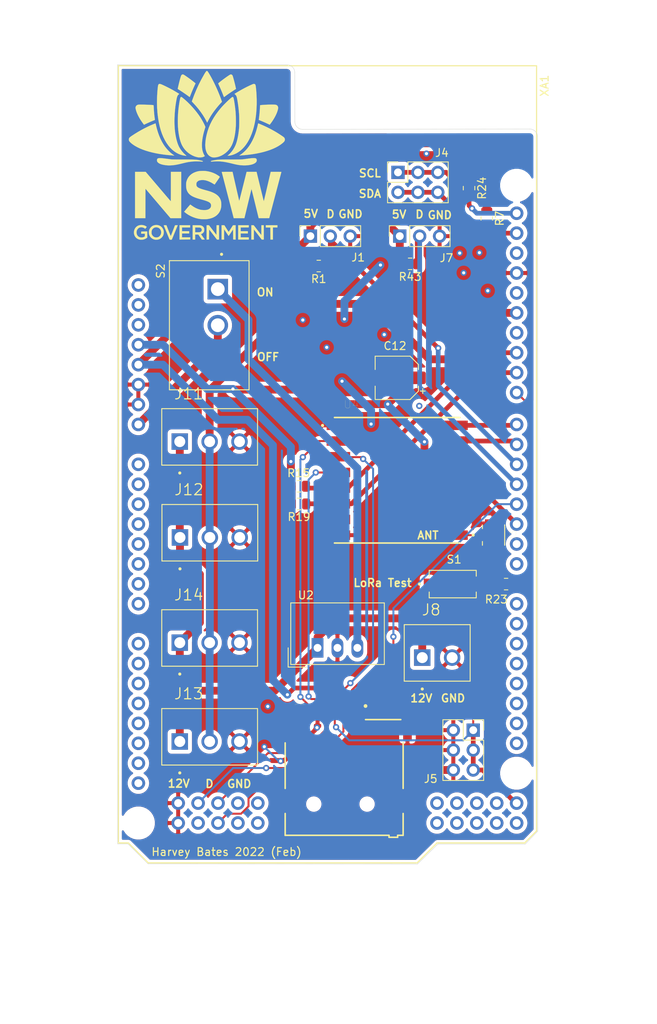
<source format=kicad_pcb>
(kicad_pcb (version 20171130) (host pcbnew "(5.1.12-1-10_14)")
  (layers (0 F.Cu signal) (31 B.Cu signal) (34 B.Paste user) (35 F.Paste user) (36 B.SilkS user) (37 F.SilkS user) (38 B.Mask user) (39 F.Mask user) (44 Edge.Cuts user))
  (net 0 "")
  (net 1 GND)
  (net 2 +3V3)
  (net 3 /5V_OUT)
  (net 4 /SCL)
  (net 5 /SDA)
  (net 6 "Net-(J3-Pad1)")
  (net 7 /Reset)
  (net 8 /MISO)
  (net 9 /MOSI)
  (net 10 /G2)
  (net 11 /G1)
  (net 12 /G0)
  (net 13 /SCK)
  (net 14 /Lora_CS)
  (net 15 /SDI-12)
  (net 16 "Net-(R23-Pad2)")
  (net 17 "Net-(R23-Pad1)")
  (net 18 "Net-(S2-Pad2)")
  (net 19 /OneWire_1)
  (net 20 /OneWire_2)
  (net 21 /12V_IN)
  (net 22 /5V)
  (net 23 "Net-(U4-Pad12)")
  (net 24 "Net-(U4-Pad11)")
  (net 25 "Net-(U4-Pad7)")
  (net 26 "Net-(J2-PadP9)")
  (net 27 "Net-(J2-PadP8)")
  (net 28 /SD_CS)
  (net 29 "Net-(J2-PadP1)")
  (net 30 "Net-(XA1-PadD53)")
  (net 31 "Net-(XA1-PadD49)")
  (net 32 "Net-(XA1-PadD48)")
  (net 33 "Net-(XA1-PadD47)")
  (net 34 "Net-(XA1-PadD46)")
  (net 35 "Net-(XA1-PadD29)")
  (net 36 "Net-(XA1-PadD28)")
  (net 37 "Net-(XA1-PadD27)")
  (net 38 "Net-(XA1-PadD26)")
  (net 39 "Net-(XA1-PadD25)")
  (net 40 "Net-(XA1-PadD24)")
  (net 41 "Net-(XA1-PadD23)")
  (net 42 "Net-(XA1-PadD22)")
  (net 43 "Net-(XA1-PadA15)")
  (net 44 "Net-(XA1-PadA14)")
  (net 45 "Net-(XA1-PadA13)")
  (net 46 "Net-(XA1-PadA12)")
  (net 47 "Net-(XA1-PadA11)")
  (net 48 "Net-(XA1-PadA10)")
  (net 49 "Net-(XA1-PadA9)")
  (net 50 "Net-(XA1-PadA8)")
  (net 51 "Net-(XA1-PadA7)")
  (net 52 "Net-(XA1-PadA6)")
  (net 53 "Net-(XA1-PadA5)")
  (net 54 "Net-(XA1-PadA4)")
  (net 55 "Net-(XA1-PadA3)")
  (net 56 "Net-(XA1-PadA2)")
  (net 57 "Net-(XA1-PadA1)")
  (net 58 "Net-(XA1-PadD11)")
  (net 59 "Net-(XA1-PadD13)")
  (net 60 "Net-(XA1-PadAREF)")
  (net 61 "Net-(XA1-PadD1)")
  (net 62 "Net-(XA1-PadD0)")
  (net 63 "Net-(XA1-PadD14)")
  (net 64 "Net-(XA1-PadD15)")
  (net 65 "Net-(XA1-PadD16)")
  (net 66 "Net-(XA1-PadD17)")
  (net 67 "Net-(XA1-PadD18)")
  (net 68 "Net-(XA1-PadD19)")
  (net 69 "Net-(XA1-PadD20)")
  (net 70 "Net-(XA1-PadD21)")
  (net 71 "Net-(XA1-PadIORF)")
  (net 72 "Net-(XA1-PadRST1)")
  (net 73 "Net-(XA1-PadA0)")
  (net 74 "Net-(XA1-Pad5V4)")
  (module Arduino:Arduino_Mega2560_Shield (layer F.Cu) (at 144.78 29.083 270)
    (fp_text reference XA1 (at 2.54 -54.356 90) (layer F.SilkS))
    (fp_text value Arduino_Mega2560_Shield)
    (pad GND6 thru_hole oval (at 96.52 -7.62 270) (size 1.7272 1.7272) (drill 1.016) (layers *.Cu *.Mask) (net 1 GND))
    (pad GND5 thru_hole oval (at 93.98 -7.62 270) (size 1.7272 1.7272) (drill 1.016) (layers *.Cu *.Mask) (net 1 GND))
    (pad D53 thru_hole oval (at 96.52 -10.16 270) (size 1.7272 1.7272) (drill 1.016) (layers *.Cu *.Mask) (net 30 "Net-(XA1-PadD53)"))
    (pad D52 thru_hole oval (at 93.98 -10.16 270) (size 1.7272 1.7272) (drill 1.016) (layers *.Cu *.Mask) (net 13 /SCK))
    (pad D51 thru_hole oval (at 96.52 -12.7 270) (size 1.7272 1.7272) (drill 1.016) (layers *.Cu *.Mask) (net 9 /MOSI))
    (pad D50 thru_hole oval (at 93.98 -12.7 270) (size 1.7272 1.7272) (drill 1.016) (layers *.Cu *.Mask) (net 8 /MISO))
    (pad D49 thru_hole oval (at 96.52 -15.24 270) (size 1.7272 1.7272) (drill 1.016) (layers *.Cu *.Mask) (net 31 "Net-(XA1-PadD49)"))
    (pad D48 thru_hole oval (at 93.98 -15.24 270) (size 1.7272 1.7272) (drill 1.016) (layers *.Cu *.Mask) (net 32 "Net-(XA1-PadD48)"))
    (pad D47 thru_hole oval (at 96.52 -17.78 270) (size 1.7272 1.7272) (drill 1.016) (layers *.Cu *.Mask) (net 33 "Net-(XA1-PadD47)"))
    (pad D46 thru_hole oval (at 93.98 -17.78 270) (size 1.7272 1.7272) (drill 1.016) (layers *.Cu *.Mask) (net 34 "Net-(XA1-PadD46)"))
    (pad D29 thru_hole oval (at 96.52 -40.64 270) (size 1.7272 1.7272) (drill 1.016) (layers *.Cu *.Mask) (net 35 "Net-(XA1-PadD29)"))
    (pad D28 thru_hole oval (at 93.98 -40.64 270) (size 1.7272 1.7272) (drill 1.016) (layers *.Cu *.Mask) (net 36 "Net-(XA1-PadD28)"))
    (pad D27 thru_hole oval (at 96.52 -43.18 270) (size 1.7272 1.7272) (drill 1.016) (layers *.Cu *.Mask) (net 37 "Net-(XA1-PadD27)"))
    (pad D26 thru_hole oval (at 93.98 -43.18 270) (size 1.7272 1.7272) (drill 1.016) (layers *.Cu *.Mask) (net 38 "Net-(XA1-PadD26)"))
    (pad D25 thru_hole oval (at 96.52 -45.72 270) (size 1.7272 1.7272) (drill 1.016) (layers *.Cu *.Mask) (net 39 "Net-(XA1-PadD25)"))
    (pad D24 thru_hole oval (at 93.98 -45.72 270) (size 1.7272 1.7272) (drill 1.016) (layers *.Cu *.Mask) (net 40 "Net-(XA1-PadD24)"))
    (pad D23 thru_hole oval (at 96.52 -48.26 270) (size 1.7272 1.7272) (drill 1.016) (layers *.Cu *.Mask) (net 41 "Net-(XA1-PadD23)"))
    (pad D22 thru_hole oval (at 93.98 -48.26 270) (size 1.7272 1.7272) (drill 1.016) (layers *.Cu *.Mask) (net 42 "Net-(XA1-PadD22)"))
    (pad 5V4 thru_hole oval (at 96.52 -50.8 270) (size 1.7272 1.7272) (drill 1.016) (layers *.Cu *.Mask) (net 74 "Net-(XA1-Pad5V4)"))
    (pad 5V3 thru_hole oval (at 93.98 -50.8 270) (size 1.7272 1.7272) (drill 1.016) (layers *.Cu *.Mask) (net 22 /5V))
    (pad A15 thru_hole oval (at 91.44 -2.54 270) (size 1.7272 1.7272) (drill 1.016) (layers *.Cu *.Mask) (net 43 "Net-(XA1-PadA15)"))
    (pad A14 thru_hole oval (at 88.9 -2.54 270) (size 1.7272 1.7272) (drill 1.016) (layers *.Cu *.Mask) (net 44 "Net-(XA1-PadA14)"))
    (pad A13 thru_hole oval (at 86.36 -2.54 270) (size 1.7272 1.7272) (drill 1.016) (layers *.Cu *.Mask) (net 45 "Net-(XA1-PadA13)"))
    (pad A12 thru_hole oval (at 83.82 -2.54 270) (size 1.7272 1.7272) (drill 1.016) (layers *.Cu *.Mask) (net 46 "Net-(XA1-PadA12)"))
    (pad A11 thru_hole oval (at 81.28 -2.54 270) (size 1.7272 1.7272) (drill 1.016) (layers *.Cu *.Mask) (net 47 "Net-(XA1-PadA11)"))
    (pad A10 thru_hole oval (at 78.74 -2.54 270) (size 1.7272 1.7272) (drill 1.016) (layers *.Cu *.Mask) (net 48 "Net-(XA1-PadA10)"))
    (pad A9 thru_hole oval (at 76.2 -2.54 270) (size 1.7272 1.7272) (drill 1.016) (layers *.Cu *.Mask) (net 49 "Net-(XA1-PadA9)"))
    (pad A8 thru_hole oval (at 73.66 -2.54 270) (size 1.7272 1.7272) (drill 1.016) (layers *.Cu *.Mask) (net 50 "Net-(XA1-PadA8)"))
    (pad A7 thru_hole oval (at 68.58 -2.54 270) (size 1.7272 1.7272) (drill 1.016) (layers *.Cu *.Mask) (net 51 "Net-(XA1-PadA7)"))
    (pad A6 thru_hole oval (at 66.04 -2.54 270) (size 1.7272 1.7272) (drill 1.016) (layers *.Cu *.Mask) (net 52 "Net-(XA1-PadA6)"))
    (pad A5 thru_hole oval (at 63.5 -2.54 270) (size 1.7272 1.7272) (drill 1.016) (layers *.Cu *.Mask) (net 53 "Net-(XA1-PadA5)"))
    (pad A4 thru_hole oval (at 60.96 -2.54 270) (size 1.7272 1.7272) (drill 1.016) (layers *.Cu *.Mask) (net 54 "Net-(XA1-PadA4)"))
    (pad A3 thru_hole oval (at 58.42 -2.54 270) (size 1.7272 1.7272) (drill 1.016) (layers *.Cu *.Mask) (net 55 "Net-(XA1-PadA3)"))
    (pad A2 thru_hole oval (at 55.88 -2.54 270) (size 1.7272 1.7272) (drill 1.016) (layers *.Cu *.Mask) (net 56 "Net-(XA1-PadA2)"))
    (pad A1 thru_hole oval (at 53.34 -2.54 270) (size 1.7272 1.7272) (drill 1.016) (layers *.Cu *.Mask) (net 57 "Net-(XA1-PadA1)"))
    (pad "" thru_hole oval (at 27.94 -2.54 270) (size 1.7272 1.7272) (drill 1.016) (layers *.Cu *.Mask))
    (pad D11 thru_hole oval (at 34.036 -50.8 270) (size 1.7272 1.7272) (drill 1.016) (layers *.Cu *.Mask) (net 58 "Net-(XA1-PadD11)"))
    (pad D12 thru_hole oval (at 31.496 -50.8 270) (size 1.7272 1.7272) (drill 1.016) (layers *.Cu *.Mask) (net 15 /SDI-12))
    (pad D13 thru_hole oval (at 28.956 -50.8 270) (size 1.7272 1.7272) (drill 1.016) (layers *.Cu *.Mask) (net 59 "Net-(XA1-PadD13)"))
    (pad AREF thru_hole oval (at 23.876 -50.8 270) (size 1.7272 1.7272) (drill 1.016) (layers *.Cu *.Mask) (net 60 "Net-(XA1-PadAREF)"))
    (pad SDA thru_hole oval (at 21.336 -50.8 270) (size 1.7272 1.7272) (drill 1.016) (layers *.Cu *.Mask) (net 5 /SDA))
    (pad SCL thru_hole oval (at 18.796 -50.8 270) (size 1.7272 1.7272) (drill 1.016) (layers *.Cu *.Mask) (net 4 /SCL))
    (pad "" np_thru_hole circle (at 96.52 -2.54 270) (size 3.2 3.2) (drill 3.2) (layers *.Cu *.Mask))
    (pad "" np_thru_hole circle (at 15.24 -50.8 270) (size 3.2 3.2) (drill 3.2) (layers *.Cu *.Mask))
    (pad "" np_thru_hole circle (at 90.17 -50.8 270) (size 3.2 3.2) (drill 3.2) (layers *.Cu *.Mask))
    (pad D10 thru_hole oval (at 36.576 -50.8 270) (size 1.7272 1.7272) (drill 1.016) (layers *.Cu *.Mask) (net 14 /Lora_CS))
    (pad D9 thru_hole oval (at 39.116 -50.8 270) (size 1.7272 1.7272) (drill 1.016) (layers *.Cu *.Mask) (net 7 /Reset))
    (pad D8 thru_hole oval (at 41.656 -50.8 270) (size 1.7272 1.7272) (drill 1.016) (layers *.Cu *.Mask) (net 16 "Net-(R23-Pad2)"))
    (pad GND1 thru_hole oval (at 26.416 -50.8 270) (size 1.7272 1.7272) (drill 1.016) (layers *.Cu *.Mask) (net 1 GND))
    (pad D7 thru_hole oval (at 45.72 -50.8 270) (size 1.7272 1.7272) (drill 1.016) (layers *.Cu *.Mask) (net 10 /G2))
    (pad D6 thru_hole oval (at 48.26 -50.8 270) (size 1.7272 1.7272) (drill 1.016) (layers *.Cu *.Mask) (net 11 /G1))
    (pad D5 thru_hole oval (at 50.8 -50.8 270) (size 1.7272 1.7272) (drill 1.016) (layers *.Cu *.Mask) (net 20 /OneWire_2))
    (pad D4 thru_hole oval (at 53.34 -50.8 270) (size 1.7272 1.7272) (drill 1.016) (layers *.Cu *.Mask) (net 19 /OneWire_1))
    (pad D3 thru_hole oval (at 55.88 -50.8 270) (size 1.7272 1.7272) (drill 1.016) (layers *.Cu *.Mask) (net 28 /SD_CS))
    (pad D2 thru_hole oval (at 58.42 -50.8 270) (size 1.7272 1.7272) (drill 1.016) (layers *.Cu *.Mask) (net 12 /G0))
    (pad D1 thru_hole oval (at 60.96 -50.8 270) (size 1.7272 1.7272) (drill 1.016) (layers *.Cu *.Mask) (net 61 "Net-(XA1-PadD1)"))
    (pad D0 thru_hole oval (at 63.5 -50.8 270) (size 1.7272 1.7272) (drill 1.016) (layers *.Cu *.Mask) (net 62 "Net-(XA1-PadD0)"))
    (pad D14 thru_hole oval (at 68.58 -50.8 270) (size 1.7272 1.7272) (drill 1.016) (layers *.Cu *.Mask) (net 63 "Net-(XA1-PadD14)"))
    (pad D15 thru_hole oval (at 71.12 -50.8 270) (size 1.7272 1.7272) (drill 1.016) (layers *.Cu *.Mask) (net 64 "Net-(XA1-PadD15)"))
    (pad D16 thru_hole oval (at 73.66 -50.8 270) (size 1.7272 1.7272) (drill 1.016) (layers *.Cu *.Mask) (net 65 "Net-(XA1-PadD16)"))
    (pad D17 thru_hole oval (at 76.2 -50.8 270) (size 1.7272 1.7272) (drill 1.016) (layers *.Cu *.Mask) (net 66 "Net-(XA1-PadD17)"))
    (pad D18 thru_hole oval (at 78.74 -50.8 270) (size 1.7272 1.7272) (drill 1.016) (layers *.Cu *.Mask) (net 67 "Net-(XA1-PadD18)"))
    (pad D19 thru_hole oval (at 81.28 -50.8 270) (size 1.7272 1.7272) (drill 1.016) (layers *.Cu *.Mask) (net 68 "Net-(XA1-PadD19)"))
    (pad D20 thru_hole oval (at 83.82 -50.8 270) (size 1.7272 1.7272) (drill 1.016) (layers *.Cu *.Mask) (net 69 "Net-(XA1-PadD20)"))
    (pad D21 thru_hole oval (at 86.36 -50.8 270) (size 1.7272 1.7272) (drill 1.016) (layers *.Cu *.Mask) (net 70 "Net-(XA1-PadD21)"))
    (pad IORF thru_hole oval (at 30.48 -2.54 270) (size 1.7272 1.7272) (drill 1.016) (layers *.Cu *.Mask) (net 71 "Net-(XA1-PadIORF)"))
    (pad RST1 thru_hole oval (at 33.02 -2.54 270) (size 1.7272 1.7272) (drill 1.016) (layers *.Cu *.Mask) (net 72 "Net-(XA1-PadRST1)"))
    (pad 3V3 thru_hole oval (at 35.56 -2.54 270) (size 1.7272 1.7272) (drill 1.016) (layers *.Cu *.Mask) (net 2 +3V3))
    (pad 5V1 thru_hole oval (at 38.1 -2.54 270) (size 1.7272 1.7272) (drill 1.016) (layers *.Cu *.Mask) (net 22 /5V))
    (pad GND2 thru_hole oval (at 40.64 -2.54 270) (size 1.7272 1.7272) (drill 1.016) (layers *.Cu *.Mask) (net 1 GND))
    (pad GND3 thru_hole oval (at 43.18 -2.54 270) (size 1.7272 1.7272) (drill 1.016) (layers *.Cu *.Mask) (net 1 GND))
    (pad VIN thru_hole oval (at 45.72 -2.54 270) (size 1.7272 1.7272) (drill 1.016) (layers *.Cu *.Mask) (net 18 "Net-(S2-Pad2)"))
    (pad A0 thru_hole oval (at 50.8 -2.54 270) (size 1.7272 1.7272) (drill 1.016) (layers *.Cu *.Mask) (net 73 "Net-(XA1-PadA0)"))
  )
  (module silkscreen-imgs:NSWGov (layer F.Cu) (at 156.0576 40.5003)
    (fp_text reference G*** hide)
    (fp_text value LOGO hide)
  )
  (module TBP02R2-381-02BE:CUI_TBP02R2-381-02BE (layer F.Cu) (at 183.5404 104.521)
    (fp_text reference J8 (at 1.145 -6.089) (layer F.SilkS) (effects (font (size 1.4 1.4))))
    (fp_text value Bat_Conn)
    (pad 2 thru_hole circle (at 3.81 0) (size 2.1 2.1) (drill 1.4) (layers *.Cu *.Mask) (net 1 GND))
    (pad 1 thru_hole rect (at 0 0) (size 2.1 2.1) (drill 1.4) (layers *.Cu *.Mask) (net 21 /12V_IN))
  )
  (module Converter_DCDC:Converter_DCDC_TRACO_TSR-1_THT (layer F.Cu) (at 170.18 103.2764)
    (fp_text reference U2 (at -1.5 -6.71) (layer F.SilkS))
    (fp_text value TSR_1-2450)
    (pad 3 thru_hole oval (at 5.08 0) (size 1.5 2.5) (drill 1) (layers *.Cu *.Mask) (net 3 /5V_OUT))
    (pad 2 thru_hole oval (at 2.54 0) (size 1.5 2.5) (drill 1) (layers *.Cu *.Mask) (net 1 GND))
    (pad 1 thru_hole rect (at 0 0) (size 1.5 2.5) (drill 1) (layers *.Cu *.Mask) (net 21 /12V_IN))
  )
  (module Resistor_SMD:R_0805_2012Metric (layer F.Cu) (at 181.991 54.3306 180)
    (fp_text reference R43 (at 0 -1.65) (layer F.SilkS))
    (fp_text value 4.7K)
    (pad 2 smd roundrect (at 0.9125 0 180) (size 1.025 1.4) (layers F.Cu F.Paste F.Mask) (roundrect_rratio 0.243902) (net 22 /5V))
    (pad 1 smd roundrect (at -0.9125 0 180) (size 1.025 1.4) (layers F.Cu F.Paste F.Mask) (roundrect_rratio 0.243902) (net 19 /OneWire_1))
  )
  (module Resistor_SMD:R_0805_2012Metric (layer F.Cu) (at 189.5094 44.6786 270)
    (fp_text reference R24 (at 0 -1.65 90) (layer F.SilkS))
    (fp_text value 4.7K)
    (pad 2 smd roundrect (at 0.9125 0 270) (size 1.025 1.4) (layers F.Cu F.Paste F.Mask) (roundrect_rratio 0.243902) (net 4 /SCL))
    (pad 1 smd roundrect (at -0.9125 0 270) (size 1.025 1.4) (layers F.Cu F.Paste F.Mask) (roundrect_rratio 0.243902) (net 22 /5V))
  )
  (module Resistor_SMD:R_0805_2012Metric (layer F.Cu) (at 194.2338 95.1484)
    (fp_text reference R23 (at -1.2446 1.9558) (layer F.SilkS))
    (fp_text value 2.7K)
    (pad 2 smd roundrect (at 0.9125 0) (size 1.025 1.4) (layers F.Cu F.Paste F.Mask) (roundrect_rratio 0.243902) (net 16 "Net-(R23-Pad2)"))
    (pad 1 smd roundrect (at -0.9125 0) (size 1.025 1.4) (layers F.Cu F.Paste F.Mask) (roundrect_rratio 0.243902) (net 17 "Net-(R23-Pad1)"))
  )
  (module Resistor_SMD:R_0805_2012Metric (layer F.Cu) (at 167.8159 84.9376 180)
    (fp_text reference R19 (at 0 -1.65) (layer F.SilkS))
    (fp_text value 100K)
    (pad 2 smd roundrect (at 0.9125 0 180) (size 1.025 1.4) (layers F.Cu F.Paste F.Mask) (roundrect_rratio 0.243902) (net 2 +3V3))
    (pad 1 smd roundrect (at -0.9125 0 180) (size 1.025 1.4) (layers F.Cu F.Paste F.Mask) (roundrect_rratio 0.243902) (net 7 /Reset))
  )
  (module Resistor_SMD:R_0805_2012Metric (layer F.Cu) (at 167.7924 82.677 180)
    (fp_text reference R15 (at 0.0254 1.6764) (layer F.SilkS))
    (fp_text value 100K)
    (pad 2 smd roundrect (at 0.9125 0 180) (size 1.025 1.4) (layers F.Cu F.Paste F.Mask) (roundrect_rratio 0.243902) (net 2 +3V3))
    (pad 1 smd roundrect (at -0.9125 0 180) (size 1.025 1.4) (layers F.Cu F.Paste F.Mask) (roundrect_rratio 0.243902) (net 14 /Lora_CS))
  )
  (module Resistor_SMD:R_0805_2012Metric (layer F.Cu) (at 191.77 48.5394 270)
    (fp_text reference R7 (at 0 -1.65 90) (layer F.SilkS))
    (fp_text value 4.7K)
    (pad 2 smd roundrect (at 0.9125 0 270) (size 1.025 1.4) (layers F.Cu F.Paste F.Mask) (roundrect_rratio 0.243902) (net 5 /SDA))
    (pad 1 smd roundrect (at -0.9125 0 270) (size 1.025 1.4) (layers F.Cu F.Paste F.Mask) (roundrect_rratio 0.243902) (net 22 /5V))
  )
  (module Resistor_SMD:R_0805_2012Metric (layer F.Cu) (at 170.3324 54.61 180)
    (fp_text reference R1 (at 0 -1.65) (layer F.SilkS))
    (fp_text value 4.7K)
    (pad 2 smd roundrect (at 0.9125 0 180) (size 1.025 1.4) (layers F.Cu F.Paste F.Mask) (roundrect_rratio 0.243902) (net 22 /5V))
    (pad 1 smd roundrect (at -0.9125 0 180) (size 1.025 1.4) (layers F.Cu F.Paste F.Mask) (roundrect_rratio 0.243902) (net 20 /OneWire_2))
  )
  (module Connector_PinSocket_2.54mm:PinSocket_1x03_P2.54mm_Vertical (layer F.Cu) (at 180.6702 50.8 90)
    (fp_text reference J7 (at -2.794 5.9563 180) (layer F.SilkS))
    (fp_text value Conn_01x03_Male)
    (pad 3 thru_hole oval (at 0 5.08 90) (size 1.7 1.7) (drill 1) (layers *.Cu *.Mask) (net 1 GND))
    (pad 2 thru_hole oval (at 0 2.54 90) (size 1.7 1.7) (drill 1) (layers *.Cu *.Mask) (net 19 /OneWire_1))
    (pad 1 thru_hole rect (at 0 0 90) (size 1.7 1.7) (drill 1) (layers *.Cu *.Mask) (net 22 /5V))
  )
  (module Connector_PinSocket_2.54mm:PinSocket_2x03_P2.54mm_Vertical (layer F.Cu) (at 190.0428 113.7666)
    (fp_text reference J5 (at -5.4229 6.2103) (layer F.SilkS))
    (fp_text value Conn_02x03_Odd_Even)
    (pad 6 thru_hole oval (at -2.54 5.08) (size 1.7 1.7) (drill 1) (layers *.Cu *.Mask) (net 1 GND))
    (pad 5 thru_hole oval (at 0 5.08) (size 1.7 1.7) (drill 1) (layers *.Cu *.Mask) (net 22 /5V))
    (pad 4 thru_hole oval (at -2.54 2.54) (size 1.7 1.7) (drill 1) (layers *.Cu *.Mask) (net 1 GND))
    (pad 3 thru_hole oval (at 0 2.54) (size 1.7 1.7) (drill 1) (layers *.Cu *.Mask) (net 22 /5V))
    (pad 2 thru_hole oval (at -2.54 0) (size 1.7 1.7) (drill 1) (layers *.Cu *.Mask) (net 1 GND))
    (pad 1 thru_hole rect (at 0 0) (size 1.7 1.7) (drill 1) (layers *.Cu *.Mask) (net 22 /5V))
  )
  (module Connector_PinSocket_2.54mm:PinSocket_2x03_P2.54mm_Vertical (layer F.Cu) (at 180.4416 42.672 90)
    (fp_text reference J4 (at 2.4892 5.6007 180) (layer F.SilkS))
    (fp_text value Conn_02x03_Odd_Even)
    (pad 6 thru_hole oval (at -2.54 5.08 90) (size 1.7 1.7) (drill 1) (layers *.Cu *.Mask) (net 5 /SDA))
    (pad 5 thru_hole oval (at 0 5.08 90) (size 1.7 1.7) (drill 1) (layers *.Cu *.Mask) (net 4 /SCL))
    (pad 4 thru_hole oval (at -2.54 2.54 90) (size 1.7 1.7) (drill 1) (layers *.Cu *.Mask) (net 5 /SDA))
    (pad 3 thru_hole oval (at 0 2.54 90) (size 1.7 1.7) (drill 1) (layers *.Cu *.Mask) (net 4 /SCL))
    (pad 2 thru_hole oval (at -2.54 0 90) (size 1.7 1.7) (drill 1) (layers *.Cu *.Mask) (net 5 /SDA))
    (pad 1 thru_hole rect (at 0 0 90) (size 1.7 1.7) (drill 1) (layers *.Cu *.Mask) (net 4 /SCL))
  )
  (module Connector_PinSocket_2.54mm:PinSocket_1x03_P2.54mm_Vertical (layer F.Cu) (at 169.2656 50.8 90)
    (fp_text reference J1 (at -2.7178 6.096 180) (layer F.SilkS))
    (fp_text value Conn_01x03_Male)
    (pad 3 thru_hole oval (at 0 5.08 90) (size 1.7 1.7) (drill 1) (layers *.Cu *.Mask) (net 1 GND))
    (pad 2 thru_hole oval (at 0 2.54 90) (size 1.7 1.7) (drill 1) (layers *.Cu *.Mask) (net 20 /OneWire_2))
    (pad 1 thru_hole rect (at 0 0 90) (size 1.7 1.7) (drill 1) (layers *.Cu *.Mask) (net 22 /5V))
  )
  (module Capacitor_SMD:CP_Elec_5x5.4 (layer F.Cu) (at 180.2892 68.8594 180)
    (fp_text reference C12 (at 0.2286 4.064) (layer F.SilkS))
    (fp_text value 10uF)
    (pad 2 smd roundrect (at 2.2 0 180) (size 3 1.6) (layers F.Cu F.Paste F.Mask) (roundrect_rratio 0.15625) (net 1 GND))
    (pad 1 smd roundrect (at -2.2 0 180) (size 3 1.6) (layers F.Cu F.Paste F.Mask) (roundrect_rratio 0.15625) (net 2 +3V3))
  )
  (module RFM69HCW:MOD_COM-13909 (layer F.Cu) (at 180.34 81.915)
    (fp_text reference U4 (at -5.84038 -9.6604) (layer F.SilkS) (effects (font (size 1.00263 1.00263) (thickness 0.015))))
    (fp_text value COM-13909)
    (pad 16 smd rect (at 7.5 -7) (size 3 1.2) (layers F.Cu F.Paste F.Mask) (net 10 /G2))
    (pad 15 smd rect (at 7.5 -5) (size 3 1.2) (layers F.Cu F.Paste F.Mask) (net 11 /G1))
    (pad 14 smd rect (at 7.5 -3) (size 3 1.2) (layers F.Cu F.Paste F.Mask) (net 12 /G0))
    (pad 13 smd rect (at 7.5 -1) (size 3 1.2) (layers F.Cu F.Paste F.Mask) (net 2 +3V3))
    (pad 12 smd rect (at 7.5 1) (size 3 1.2) (layers F.Cu F.Paste F.Mask) (net 23 "Net-(U4-Pad12)"))
    (pad 11 smd rect (at 7.5 3) (size 3 1.2) (layers F.Cu F.Paste F.Mask) (net 24 "Net-(U4-Pad11)"))
    (pad 10 smd rect (at 7.5 5) (size 3 1.2) (layers F.Cu F.Paste F.Mask) (net 1 GND))
    (pad 9 smd rect (at 7.5 7) (size 3 1.2) (layers F.Cu F.Paste F.Mask) (net 6 "Net-(J3-Pad1)"))
    (pad 8 smd rect (at -7.5 7) (size 3 1.2) (layers F.Cu F.Paste F.Mask) (net 1 GND))
    (pad 7 smd rect (at -7.5 5) (size 3 1.2) (layers F.Cu F.Paste F.Mask) (net 25 "Net-(U4-Pad7)"))
    (pad 6 smd rect (at -7.5 3) (size 3 1.2) (layers F.Cu F.Paste F.Mask) (net 7 /Reset))
    (pad 5 smd rect (at -7.5 1) (size 3 1.2) (layers F.Cu F.Paste F.Mask) (net 14 /Lora_CS))
    (pad 4 smd rect (at -7.5 -1) (size 3 1.2) (layers F.Cu F.Paste F.Mask) (net 13 /SCK))
    (pad 3 smd rect (at -7.5 -3) (size 3 1.2) (layers F.Cu F.Paste F.Mask) (net 9 /MOSI))
    (pad 2 smd rect (at -7.5 -5) (size 3 1.2) (layers F.Cu F.Paste F.Mask) (net 8 /MISO))
    (pad 1 smd rect (at -7.5 -7) (size 3 1.2) (layers F.Cu F.Paste F.Mask) (net 1 GND))
  )
  (module GF-123-0054:SW_GF-123-0054 (layer F.Cu) (at 156.3624 62.1538 270)
    (fp_text reference S2 (at -6.9088 6.1976 90) (layer F.SilkS))
    (fp_text value GF-123-0054)
    (pad 1 thru_hole rect (at -4.6 -1.09 270) (size 2.625 2.625) (drill 1.75) (layers *.Cu *.Mask) (net 3 /5V_OUT))
    (pad 2 thru_hole circle (at 0 -1.09 270) (size 2.625 2.625) (drill 1.75) (layers *.Cu *.Mask) (net 18 "Net-(S2-Pad2)"))
  )
  (module PTS636_SM43J_SMTR_LFS:SW_PTS636_SM43J_SMTR_LFS (layer F.Cu) (at 187.4266 95.1484)
    (fp_text reference S1 (at 0.175 -3.135) (layer F.SilkS))
    (fp_text value "LoRa SEND")
    (pad 2 smd rect (at 3.25 0) (size 0.9 1.4) (layers F.Cu F.Paste F.Mask) (net 17 "Net-(R23-Pad1)"))
    (pad 1 smd rect (at -3.25 0) (size 0.9 1.4) (layers F.Cu F.Paste F.Mask) (net 22 /5V))
  )
  (module TBP02R2-381-03BE:CUI_TBP02R2-381-03BE (layer F.Cu) (at 152.6032 102.616)
    (fp_text reference J14 (at 1.145 -6.089) (layer F.SilkS) (effects (font (size 1.4 1.4))))
    (fp_text value TBP02R2-381-03BE)
    (pad 3 thru_hole circle (at 7.62 0) (size 2.1 2.1) (drill 1.4) (layers *.Cu *.Mask) (net 1 GND))
    (pad 2 thru_hole circle (at 3.81 0) (size 2.1 2.1) (drill 1.4) (layers *.Cu *.Mask) (net 15 /SDI-12))
    (pad 1 thru_hole rect (at 0 0) (size 2.1 2.1) (drill 1.4) (layers *.Cu *.Mask) (net 21 /12V_IN))
  )
  (module TBP02R2-381-03BE:CUI_TBP02R2-381-03BE (layer F.Cu) (at 152.6032 115.2144)
    (fp_text reference J13 (at 1.145 -6.089) (layer F.SilkS) (effects (font (size 1.4 1.4))))
    (fp_text value TBP02R2-381-03BE)
    (pad 3 thru_hole circle (at 7.62 0) (size 2.1 2.1) (drill 1.4) (layers *.Cu *.Mask) (net 1 GND))
    (pad 2 thru_hole circle (at 3.81 0) (size 2.1 2.1) (drill 1.4) (layers *.Cu *.Mask) (net 15 /SDI-12))
    (pad 1 thru_hole rect (at 0 0) (size 2.1 2.1) (drill 1.4) (layers *.Cu *.Mask) (net 21 /12V_IN))
  )
  (module TBP02R2-381-03BE:CUI_TBP02R2-381-03BE (layer F.Cu) (at 152.6286 89.2048)
    (fp_text reference J12 (at 1.145 -6.089) (layer F.SilkS) (effects (font (size 1.4 1.4))))
    (fp_text value TBP02R2-381-03BE)
    (pad 3 thru_hole circle (at 7.62 0) (size 2.1 2.1) (drill 1.4) (layers *.Cu *.Mask) (net 1 GND))
    (pad 2 thru_hole circle (at 3.81 0) (size 2.1 2.1) (drill 1.4) (layers *.Cu *.Mask) (net 15 /SDI-12))
    (pad 1 thru_hole rect (at 0 0) (size 2.1 2.1) (drill 1.4) (layers *.Cu *.Mask) (net 21 /12V_IN))
  )
  (module TBP02R2-381-03BE:CUI_TBP02R2-381-03BE (layer F.Cu) (at 152.6032 76.9874)
    (fp_text reference J11 (at 1.145 -6.089) (layer F.SilkS) (effects (font (size 1.4 1.4))))
    (fp_text value TBP02R2-381-03BE)
    (pad 3 thru_hole circle (at 7.62 0) (size 2.1 2.1) (drill 1.4) (layers *.Cu *.Mask) (net 1 GND))
    (pad 2 thru_hole circle (at 3.81 0) (size 2.1 2.1) (drill 1.4) (layers *.Cu *.Mask) (net 15 /SDI-12))
    (pad 1 thru_hole rect (at 0 0) (size 2.1 2.1) (drill 1.4) (layers *.Cu *.Mask) (net 21 /12V_IN))
  )
  (module CONUFL001-SMD-T:LINX_CONUFL001-SMD-T (layer F.Cu) (at 192.6336 88.9 270)
    (fp_text reference J3 (at 0.04 -2.508 90) (layer F.SilkS) (effects (font (size 0.8 0.8) (thickness 0.015))))
    (fp_text value CONUFL001-SMD-T)
    (pad 3 smd rect (at 1.475 0 270) (size 1.05 2.2) (layers F.Cu F.Paste F.Mask) (net 1 GND))
    (pad 2 smd rect (at -1.475 0 270) (size 1.05 2.2) (layers F.Cu F.Paste F.Mask) (net 1 GND))
    (pad 1 smd rect (at 0 1.525 270) (size 1 1.05) (layers F.Cu F.Paste F.Mask) (net 6 "Net-(J3-Pad1)"))
  )
  (module MEM2075-00-140-01-A:GCT_MEM2075-00-140-01-A (layer F.Cu) (at 173.1 123.19)
    (fp_text reference J2 (at -5.125 -13.135) (layer F.SilkS) (effects (font (thickness 0.015))))
    (fp_text value MEM2075-00-140-01-A)
    (pad SH4 smd rect (at 8.55 -0.42) (size 1.1 2.4) (layers F.Cu F.Paste F.Mask) (net 1 GND))
    (pad SH3 smd rect (at 8.55 -9.42) (size 1.1 2.4) (layers F.Cu F.Paste F.Mask) (net 1 GND))
    (pad SH2 smd rect (at -7.6 -9.42) (size 1.1 2.4) (layers F.Cu F.Paste F.Mask) (net 1 GND))
    (pad SH1 smd rect (at -7.6 -0.42) (size 1.1 2.4) (layers F.Cu F.Paste F.Mask) (net 1 GND))
    (pad None np_thru_hole circle (at 3.4 0) (size 0.95 0.95) (drill 0.95) (layers *.Cu *.Mask))
    (pad None np_thru_hole circle (at -3.4 0) (size 0.95 0.95) (drill 0.95) (layers *.Cu *.Mask))
    (pad P9 smd rect (at -6.22 -11.42) (size 0.62 1.4) (layers F.Cu F.Paste F.Mask) (net 26 "Net-(J2-PadP9)"))
    (pad P8 smd rect (at -5.12 -11.42) (size 0.62 1.4) (layers F.Cu F.Paste F.Mask) (net 27 "Net-(J2-PadP8)"))
    (pad P7 smd rect (at -4.02 -11.42) (size 0.62 1.4) (layers F.Cu F.Paste F.Mask) (net 8 /MISO))
    (pad P6 smd rect (at -2.92 -11.42) (size 0.62 1.4) (layers F.Cu F.Paste F.Mask) (net 1 GND))
    (pad P5 smd rect (at -1.82 -11.42) (size 0.62 1.4) (layers F.Cu F.Paste F.Mask) (net 13 /SCK))
    (pad P4 smd rect (at -0.72 -11.42) (size 0.62 1.4) (layers F.Cu F.Paste F.Mask) (net 22 /5V))
    (pad P3 smd rect (at 0.38 -11.42) (size 0.62 1.4) (layers F.Cu F.Paste F.Mask) (net 9 /MOSI))
    (pad P2 smd rect (at 1.48 -11.42) (size 0.62 1.4) (layers F.Cu F.Paste F.Mask) (net 28 /SD_CS))
    (pad P1 smd rect (at 2.58 -11.42) (size 0.62 1.4) (layers F.Cu F.Paste F.Mask) (net 29 "Net-(J2-PadP1)"))
  )
  (gr_arc (start 166.2811 29.9466) (end 167.2717 29.9466) (angle -90) (layer Edge.Cuts) (width 0.05))
  (gr_arc (start 168.275 36.195) (end 167.2844 36.195) (angle -90) (layer Edge.Cuts) (width 0.05))
  (gr_arc (start 197.2564 38.1381) (end 198.247 38.1381) (angle -90) (layer Edge.Cuts) (width 0.05))
  (gr_line (start 168.275 37.1856) (end 197.2564 37.1475) (layer Edge.Cuts) (width 0.05))
  (gr_line (start 167.2717 29.9466) (end 167.2844 36.195) (layer Edge.Cuts) (width 0.05))
  (gr_text "Harvey Bates 2022 (Feb)" (at 158.5722 129.286) (layer F.SilkS) (effects (font (size 1 1))))
  (gr_text GND (at 160.1851 120.6119) (layer F.SilkS) (effects (font (size 1 1) (thickness 0.2))))
  (gr_text D (at 156.3878 120.6119) (layer F.SilkS) (effects (font (size 1 1) (thickness 0.2))))
  (gr_text 12V (at 152.4762 120.5738) (layer F.SilkS) (effects (font (size 1 1) (thickness 0.2))))
  (gr_text GND (at 187.4647 109.7026) (layer F.SilkS) (effects (font (size 1 1) (thickness 0.2))))
  (gr_text 12V (at 183.4261 109.7026) (layer F.SilkS) (effects (font (size 1 1) (thickness 0.2))))
  (gr_text "LoRa Test" (at 178.4731 94.996) (layer F.SilkS) (effects (font (size 1 1) (thickness 0.2))))
  (gr_text ANT (at 184.2643 88.9381) (layer F.SilkS) (effects (font (size 1 1) (thickness 0.2))))
  (gr_text OFF (at 163.8681 66.2051) (layer F.SilkS) (effects (font (size 1 1) (thickness 0.2))))
  (gr_text ON (at 163.4998 57.9501) (layer F.SilkS) (effects (font (size 1 1) (thickness 0.2))))
  (gr_text SDA (at 176.8602 45.3898) (layer F.SilkS) (effects (font (size 1 1) (thickness 0.2))))
  (gr_text SCL (at 176.8602 42.7863) (layer F.SilkS) (effects (font (size 1 1) (thickness 0.2))))
  (gr_text GND (at 174.3837 47.9933) (layer F.SilkS) (effects (font (size 1 1) (thickness 0.2))))
  (gr_text D (at 171.831 47.9933) (layer F.SilkS) (effects (font (size 1 1) (thickness 0.2))))
  (gr_text 5V (at 169.3164 47.9425) (layer F.SilkS) (effects (font (size 1 1) (thickness 0.2))))
  (gr_text GND (at 185.7756 48.1203) (layer F.SilkS) (effects (font (size 1 1) (thickness 0.2))))
  (gr_text D (at 183.1848 48.0314) (layer F.SilkS) (effects (font (size 1 1) (thickness 0.2))))
  (gr_text 5V (at 180.5813 48.0314) (layer F.SilkS) (effects (font (size 1 1) (thickness 0.2))))
  (gr_line (start 144.6784 128.27) (end 144.653 28.956) (layer Edge.Cuts) (width 0.05))
  (gr_line (start 145.9992 128.27) (end 144.6784 128.27) (layer Edge.Cuts) (width 0.05))
  (gr_line (start 148.5646 130.81) (end 145.9992 128.27) (layer Edge.Cuts) (width 0.05))
  (gr_line (start 182.9308 130.8354) (end 148.5646 130.81) (layer Edge.Cuts) (width 0.05))
  (gr_line (start 185.5216 128.2954) (end 182.9308 130.8354) (layer Edge.Cuts) (width 0.05))
  (gr_line (start 196.6722 128.2954) (end 185.5216 128.2954) (layer Edge.Cuts) (width 0.05))
  (gr_line (start 198.2724 126.6444) (end 196.6722 128.2954) (layer Edge.Cuts) (width 0.05))
  (gr_line (start 198.247 38.1381) (end 198.2724 126.6444) (layer Edge.Cuts) (width 0.05))
  (gr_line (start 144.653 28.956) (end 166.2811 28.956) (layer Edge.Cuts) (width 0.05))
  (via (at 183.1594 72.4408) (size 0.8) (drill 0.4) (layers F.Cu B.Cu) (net 0))
  (via (at 184.0738 40.2844) (size 0.8) (drill 0.4) (layers F.Cu B.Cu) (net 1))
  (via (at 188.3156 52.959) (size 0.8) (drill 0.4) (layers F.Cu B.Cu) (net 1))
  (via (at 190.8302 52.9082) (size 0.8) (drill 0.4) (layers F.Cu B.Cu) (net 1))
  (via (at 188.8236 55.4736) (size 0.8) (drill 0.4) (layers F.Cu B.Cu) (net 1))
  (via (at 191.897 57.7596) (size 0.8) (drill 0.4) (layers F.Cu B.Cu) (net 1))
  (via (at 178.689 63.3476) (size 0.8) (drill 0.4) (layers F.Cu B.Cu) (net 1))
  (via (at 171.3484 64.9732) (size 0.8) (drill 0.4) (layers F.Cu B.Cu) (net 1))
  (via (at 168.3004 61.4934) (size 0.8) (drill 0.4) (layers F.Cu B.Cu) (net 1))
  (via (at 173.609 61.3664) (size 0.8) (drill 0.4) (layers F.Cu B.Cu) (net 1))
  (segment (start 185.5734 118.8466) (end 187.5028 118.8466) (width 1) (layer F.Cu) (net 1))
  (segment (start 181.65 122.77) (end 185.5734 118.8466) (width 1) (layer F.Cu) (net 1))
  (via (at 177.0126 74.7522) (size 0.8) (drill 0.4) (layers F.Cu B.Cu) (net 1))
  (via (at 173.3042 69.2912) (size 0.8) (drill 0.4) (layers F.Cu B.Cu) (net 1))
  (segment (start 176.8498 74.915) (end 177.0126 74.7522) (width 1) (layer F.Cu) (net 1))
  (segment (start 172.84 74.915) (end 176.8498 74.915) (width 1) (layer F.Cu) (net 1))
  (segment (start 177.6574 69.2912) (end 178.0892 68.8594) (width 1) (layer F.Cu) (net 1))
  (segment (start 173.3042 69.2912) (end 177.6574 69.2912) (width 1) (layer F.Cu) (net 1))
  (via (at 163.83 110.744) (size 0.8) (drill 0.4) (layers F.Cu B.Cu) (net 1))
  (via (at 170.1038 113.4364) (size 0.8) (drill 0.4) (layers F.Cu B.Cu) (net 1))
  (segment (start 165.5 112.414) (end 163.83 110.744) (width 0.25) (layer F.Cu) (net 1))
  (segment (start 165.5 113.77) (end 165.5 112.414) (width 0.25) (layer F.Cu) (net 1))
  (segment (start 170.1038 111.8462) (end 170.18 111.77) (width 0.25) (layer F.Cu) (net 1))
  (segment (start 170.1038 113.4364) (end 170.1038 111.8462) (width 0.25) (layer F.Cu) (net 1))
  (via (at 165.4683 117.7036) (size 0.8) (drill 0.4) (layers F.Cu B.Cu) (net 1))
  (via (at 163.3855 115.8748) (size 0.8) (drill 0.4) (layers F.Cu B.Cu) (net 1))
  (segment (start 165.2143 117.7036) (end 165.4683 117.7036) (width 0.25) (layer B.Cu) (net 1))
  (segment (start 163.3855 115.8748) (end 165.2143 117.7036) (width 0.25) (layer B.Cu) (net 1))
  (segment (start 177.0126 72.9996) (end 173.3042 69.2912) (width 1) (layer B.Cu) (net 1))
  (segment (start 177.0126 74.7522) (end 177.0126 72.9996) (width 1) (layer B.Cu) (net 1))
  (via (at 178.2064 54.483) (size 0.8) (drill 0.4) (layers F.Cu B.Cu) (net 1))
  (segment (start 173.609 59.0804) (end 178.2064 54.483) (width 1) (layer B.Cu) (net 1))
  (segment (start 173.609 61.3664) (end 173.609 59.0804) (width 1) (layer B.Cu) (net 1))
  (segment (start 150.468802 64.643) (end 156.107602 70.2818) (width 1) (layer B.Cu) (net 2))
  (segment (start 147.32 64.643) (end 150.468802 64.643) (width 1) (layer B.Cu) (net 2))
  (segment (start 156.107602 70.2818) (end 159.385 70.2818) (width 1) (layer B.Cu) (net 2))
  (via (at 166.7764 79.5274) (size 0.8) (drill 0.4) (layers F.Cu B.Cu) (net 2))
  (segment (start 166.7764 77.6732) (end 166.7764 79.5274) (width 1) (layer B.Cu) (net 2))
  (segment (start 159.385 70.2818) (end 166.7764 77.6732) (width 1) (layer B.Cu) (net 2))
  (segment (start 166.7764 82.5735) (end 166.8799 82.677) (width 1) (layer F.Cu) (net 2))
  (segment (start 166.7764 79.5274) (end 166.7764 82.5735) (width 1) (layer F.Cu) (net 2))
  (segment (start 166.8799 84.9141) (end 166.9034 84.9376) (width 1) (layer F.Cu) (net 2))
  (segment (start 166.8799 82.677) (end 166.8799 84.9141) (width 1) (layer F.Cu) (net 2))
  (via (at 159.385 70.2818) (size 0.8) (drill 0.4) (layers F.Cu B.Cu) (net 2))
  (segment (start 159.46261 70.35941) (end 168.70821 70.35941) (width 1) (layer F.Cu) (net 2))
  (segment (start 159.385 70.2818) (end 159.46261 70.35941) (width 1) (layer F.Cu) (net 2))
  (segment (start 168.70821 70.35941) (end 170.561 72.2122) (width 1) (layer F.Cu) (net 2))
  (segment (start 179.1364 72.2122) (end 179.1364 72.2122) (width 1) (layer F.Cu) (net 2))
  (segment (start 177.7238 72.2122) (end 179.0192 72.2122) (width 1) (layer F.Cu) (net 2))
  (segment (start 170.561 72.2122) (end 177.7238 72.2122) (width 1) (layer F.Cu) (net 2))
  (segment (start 177.7238 72.2122) (end 179.1364 72.2122) (width 1) (layer F.Cu) (net 2))
  (segment (start 185.34 80.915) (end 187.84 80.915) (width 1) (layer F.Cu) (net 2))
  (segment (start 183.8198 79.3948) (end 185.34 80.915) (width 1) (layer F.Cu) (net 2))
  (segment (start 183.8198 77.0128) (end 183.8198 77.0128) (width 1) (layer F.Cu) (net 2))
  (segment (start 184.1766 79.7516) (end 183.8198 79.3948) (width 1) (layer F.Cu) (net 2))
  (segment (start 183.8198 77.0128) (end 183.8198 79.3948) (width 1) (layer F.Cu) (net 2))
  (via (at 183.8198 77.0128) (size 0.8) (drill 0.4) (layers F.Cu B.Cu) (net 2))
  (segment (start 179.1364 72.2122) (end 182.4892 68.8594) (width 1) (layer F.Cu) (net 2))
  (via (at 179.1364 72.2122) (size 0.8) (drill 0.4) (layers F.Cu B.Cu) (net 2))
  (segment (start 179.1364 72.3294) (end 183.8198 77.0128) (width 1) (layer B.Cu) (net 2))
  (segment (start 179.1364 72.2122) (end 179.1364 72.3294) (width 1) (layer B.Cu) (net 2))
  (segment (start 175.26 103.2764) (end 175.26 80.391) (width 1) (layer B.Cu) (net 3))
  (segment (start 175.26 80.391) (end 161.3662 66.4972) (width 1) (layer B.Cu) (net 3))
  (segment (start 161.3662 61.4676) (end 157.4524 57.5538) (width 1) (layer B.Cu) (net 3))
  (segment (start 161.3662 66.4972) (end 161.3662 61.4676) (width 1) (layer B.Cu) (net 3))
  (segment (start 186.5903 42.672) (end 189.5094 45.5911) (width 0.6) (layer F.Cu) (net 4))
  (segment (start 185.5216 42.672) (end 186.5903 42.672) (width 0.6) (layer F.Cu) (net 4))
  (segment (start 180.4416 42.672) (end 185.5216 42.672) (width 0.6) (layer F.Cu) (net 4))
  (segment (start 189.5094 45.5911) (end 189.5094 46.8884) (width 0.6) (layer F.Cu) (net 4))
  (via (at 189.8904 47.2694) (size 0.8) (drill 0.4) (layers F.Cu B.Cu) (net 4))
  (segment (start 189.5094 46.8884) (end 189.8904 47.2694) (width 0.6) (layer F.Cu) (net 4))
  (segment (start 190.5 47.879) (end 189.8904 47.2694) (width 0.6) (layer B.Cu) (net 4))
  (segment (start 195.58 47.879) (end 190.5 47.879) (width 0.6) (layer B.Cu) (net 4))
  (segment (start 189.7615 49.4519) (end 191.77 49.4519) (width 0.6) (layer F.Cu) (net 5))
  (segment (start 185.5216 45.212) (end 189.7615 49.4519) (width 0.6) (layer F.Cu) (net 5))
  (segment (start 191.77 49.4519) (end 191.7935 49.4519) (width 0.6) (layer F.Cu) (net 5))
  (segment (start 192.7606 50.419) (end 195.58 50.419) (width 0.6) (layer F.Cu) (net 5))
  (segment (start 191.7935 49.4519) (end 192.7606 50.419) (width 0.6) (layer F.Cu) (net 5))
  (segment (start 180.4416 45.212) (end 185.5216 45.212) (width 0.6) (layer F.Cu) (net 5))
  (segment (start 191.0936 88.915) (end 191.1086 88.9) (width 0.25) (layer F.Cu) (net 6))
  (segment (start 187.84 88.915) (end 191.0936 88.915) (width 0.25) (layer F.Cu) (net 6))
  (segment (start 191.219373 68.199) (end 195.58 68.199) (width 0.6) (layer F.Cu) (net 7))
  (segment (start 174.503373 84.915) (end 191.219373 68.199) (width 0.6) (layer F.Cu) (net 7))
  (segment (start 172.84 84.915) (end 174.503373 84.915) (width 0.6) (layer F.Cu) (net 7))
  (segment (start 168.751 84.915) (end 168.7284 84.9376) (width 0.6) (layer F.Cu) (net 7))
  (segment (start 172.84 84.915) (end 168.751 84.915) (width 0.6) (layer F.Cu) (net 7))
  (segment (start 157.48 123.063) (end 163.8554 116.6876) (width 0.25) (layer F.Cu) (net 8))
  (segment (start 163.8554 116.6876) (end 165.6334 116.6876) (width 0.25) (layer F.Cu) (net 8))
  (segment (start 169.08 113.241) (end 169.08 111.77) (width 0.25) (layer F.Cu) (net 8))
  (segment (start 165.6334 116.6876) (end 169.08 113.241) (width 0.25) (layer F.Cu) (net 8))
  (segment (start 169.08 111.77) (end 169.08 110.6092) (width 0.25) (layer F.Cu) (net 8))
  (via (at 167.9956 109.5248) (size 0.8) (drill 0.4) (layers F.Cu B.Cu) (net 8))
  (segment (start 169.08 110.6092) (end 167.9956 109.5248) (width 0.25) (layer F.Cu) (net 8))
  (segment (start 167.9956 109.5248) (end 167.9956 79.2734) (width 0.25) (layer B.Cu) (net 8))
  (via (at 168.3004 78.9686) (size 0.8) (drill 0.4) (layers F.Cu B.Cu) (net 8))
  (segment (start 167.9956 79.2734) (end 168.3004 78.9686) (width 0.25) (layer B.Cu) (net 8))
  (segment (start 170.354 76.915) (end 172.84 76.915) (width 0.25) (layer F.Cu) (net 8))
  (segment (start 168.3004 78.9686) (end 170.354 76.915) (width 0.25) (layer F.Cu) (net 8))
  (segment (start 161.371399 123.470731) (end 161.371399 122.492471) (width 0.25) (layer F.Cu) (net 9))
  (segment (start 161.371399 122.492471) (end 164.10287 119.761) (width 0.25) (layer F.Cu) (net 9))
  (segment (start 160.427731 124.414399) (end 161.371399 123.470731) (width 0.25) (layer F.Cu) (net 9))
  (segment (start 158.668601 124.414399) (end 160.427731 124.414399) (width 0.25) (layer F.Cu) (net 9))
  (segment (start 157.48 125.603) (end 158.668601 124.414399) (width 0.25) (layer F.Cu) (net 9))
  (segment (start 164.10287 119.761) (end 167.6654 119.761) (width 0.25) (layer F.Cu) (net 9))
  (segment (start 173.48 113.9464) (end 173.48 111.77) (width 0.25) (layer F.Cu) (net 9))
  (segment (start 167.6654 119.761) (end 173.48 113.9464) (width 0.25) (layer F.Cu) (net 9))
  (segment (start 173.48 111.77) (end 173.48 108.6632) (width 0.25) (layer F.Cu) (net 9))
  (via (at 174.371 107.7722) (size 0.8) (drill 0.4) (layers F.Cu B.Cu) (net 9))
  (segment (start 173.48 108.6632) (end 174.371 107.7722) (width 0.25) (layer F.Cu) (net 9))
  (segment (start 174.371 107.7722) (end 177.2666 104.8766) (width 0.25) (layer B.Cu) (net 9))
  (via (at 175.9966 79.1972) (size 0.8) (drill 0.4) (layers F.Cu B.Cu) (net 9))
  (segment (start 177.2666 80.4672) (end 175.9966 79.1972) (width 0.25) (layer B.Cu) (net 9))
  (segment (start 177.2666 104.8766) (end 177.2666 80.4672) (width 0.25) (layer B.Cu) (net 9))
  (segment (start 175.9966 79.1972) (end 175.768 78.9686) (width 0.25) (layer F.Cu) (net 9))
  (segment (start 172.8936 78.9686) (end 172.84 78.915) (width 0.25) (layer F.Cu) (net 9))
  (segment (start 175.768 78.9686) (end 172.8936 78.9686) (width 0.25) (layer F.Cu) (net 9))
  (segment (start 195.468 74.915) (end 195.58 74.803) (width 0.6) (layer F.Cu) (net 10))
  (segment (start 187.84 74.915) (end 195.468 74.915) (width 0.6) (layer F.Cu) (net 10))
  (segment (start 195.152 76.915) (end 195.58 77.343) (width 0.6) (layer F.Cu) (net 11))
  (segment (start 187.84 76.915) (end 195.152 76.915) (width 0.6) (layer F.Cu) (net 11))
  (segment (start 188.840002 78.915) (end 191.9986 82.073598) (width 0.6) (layer F.Cu) (net 12))
  (segment (start 187.84 78.915) (end 188.840002 78.915) (width 0.6) (layer F.Cu) (net 12))
  (segment (start 191.9986 83.9216) (end 195.58 87.503) (width 0.6) (layer F.Cu) (net 12))
  (segment (start 191.9986 82.073598) (end 191.9986 83.9216) (width 0.6) (layer F.Cu) (net 12))
  (segment (start 154.94 123.063) (end 159.4104 118.5926) (width 0.25) (layer B.Cu) (net 13))
  (via (at 163.6268 118.5926) (size 0.8) (drill 0.4) (layers F.Cu B.Cu) (net 13))
  (segment (start 159.4104 118.5926) (end 163.6268 118.5926) (width 0.25) (layer B.Cu) (net 13))
  (segment (start 163.6268 118.5926) (end 166.3192 118.5926) (width 0.25) (layer F.Cu) (net 13))
  (segment (start 171.28 113.6318) (end 171.28 111.77) (width 0.25) (layer F.Cu) (net 13))
  (segment (start 166.3192 118.5926) (end 171.28 113.6318) (width 0.25) (layer F.Cu) (net 13))
  (segment (start 171.28 111.274998) (end 169.809202 109.8042) (width 0.25) (layer F.Cu) (net 13))
  (segment (start 171.28 111.77) (end 171.28 111.274998) (width 0.25) (layer F.Cu) (net 13))
  (via (at 169.037 109.474) (size 0.8) (drill 0.4) (layers F.Cu B.Cu) (net 13))
  (segment (start 169.3672 109.8042) (end 169.037 109.474) (width 0.25) (layer F.Cu) (net 13))
  (segment (start 169.809202 109.8042) (end 169.3672 109.8042) (width 0.25) (layer F.Cu) (net 13))
  (segment (start 169.037 81.8388) (end 169.9514 80.9244) (width 0.25) (layer B.Cu) (net 13))
  (via (at 169.9514 80.9244) (size 0.8) (drill 0.4) (layers F.Cu B.Cu) (net 13))
  (segment (start 169.037 109.474) (end 169.037 81.8388) (width 0.25) (layer B.Cu) (net 13))
  (segment (start 172.8306 80.9244) (end 172.84 80.915) (width 0.25) (layer F.Cu) (net 13))
  (segment (start 169.9514 80.9244) (end 172.8306 80.9244) (width 0.25) (layer F.Cu) (net 13))
  (segment (start 172.602 82.677) (end 172.84 82.915) (width 0.25) (layer F.Cu) (net 14))
  (segment (start 191.273202 65.659) (end 195.58 65.659) (width 0.6) (layer F.Cu) (net 14))
  (segment (start 174.017202 82.915) (end 191.273202 65.659) (width 0.6) (layer F.Cu) (net 14))
  (segment (start 172.84 82.915) (end 174.017202 82.915) (width 0.6) (layer F.Cu) (net 14))
  (segment (start 168.9429 82.915) (end 168.7049 82.677) (width 0.6) (layer F.Cu) (net 14))
  (segment (start 172.84 82.915) (end 168.9429 82.915) (width 0.6) (layer F.Cu) (net 14))
  (segment (start 156.4132 115.2144) (end 156.4132 102.616) (width 1) (layer B.Cu) (net 15))
  (segment (start 156.4386 102.5906) (end 156.4132 102.616) (width 1) (layer B.Cu) (net 15))
  (segment (start 156.4386 89.2048) (end 156.4386 102.5906) (width 1) (layer B.Cu) (net 15))
  (segment (start 156.4132 89.1794) (end 156.4386 89.2048) (width 1) (layer B.Cu) (net 15))
  (segment (start 156.4132 76.9874) (end 156.4132 89.1794) (width 1) (layer B.Cu) (net 15))
  (segment (start 156.4132 76.9874) (end 156.4132 70.4596) (width 1) (layer F.Cu) (net 15))
  (segment (start 167.4368 59.436) (end 177.3936 59.436) (width 1) (layer F.Cu) (net 15))
  (segment (start 156.4132 70.4596) (end 167.4368 59.436) (width 1) (layer F.Cu) (net 15))
  (segment (start 177.3936 59.436) (end 184.4548 66.4972) (width 1) (layer F.Cu) (net 15))
  (segment (start 184.4548 66.4972) (end 187.2996 66.4972) (width 1) (layer F.Cu) (net 15))
  (segment (start 193.2178 60.579) (end 195.58 60.579) (width 1) (layer F.Cu) (net 15))
  (segment (start 187.2996 66.4972) (end 193.2178 60.579) (width 1) (layer F.Cu) (net 15))
  (segment (start 195.58 70.739) (end 197.2564 72.4154) (width 0.25) (layer F.Cu) (net 16))
  (segment (start 197.2564 72.4154) (end 197.2564 93.726) (width 0.25) (layer F.Cu) (net 16))
  (segment (start 195.834 95.1484) (end 195.1463 95.1484) (width 0.25) (layer F.Cu) (net 16))
  (segment (start 197.2564 93.726) (end 195.834 95.1484) (width 0.25) (layer F.Cu) (net 16))
  (segment (start 190.6766 95.1484) (end 193.3213 95.1484) (width 1) (layer F.Cu) (net 17))
  (segment (start 157.4524 64.6706) (end 157.4524 62.1538) (width 1) (layer F.Cu) (net 18))
  (segment (start 147.32 74.803) (end 157.4524 64.6706) (width 1) (layer F.Cu) (net 18))
  (segment (start 182.9035 51.1067) (end 183.2102 50.8) (width 0.6) (layer F.Cu) (net 19))
  (segment (start 182.9035 54.3306) (end 182.9035 51.1067) (width 0.6) (layer F.Cu) (net 19))
  (segment (start 183.2102 70.0532) (end 183.2102 50.8) (width 0.6) (layer B.Cu) (net 19))
  (segment (start 195.58 82.423) (end 183.2102 70.0532) (width 0.6) (layer B.Cu) (net 19))
  (segment (start 195.58 79.883) (end 185.5724 69.8754) (width 0.6) (layer B.Cu) (net 20))
  (via (at 185.5724 65.0748) (size 0.8) (drill 0.4) (layers F.Cu B.Cu) (net 20))
  (segment (start 185.5724 69.8754) (end 185.5724 65.0748) (width 0.6) (layer B.Cu) (net 20))
  (segment (start 171.8056 51.308) (end 171.8056 50.8) (width 0.6) (layer F.Cu) (net 20))
  (segment (start 185.5724 65.0748) (end 171.8056 51.308) (width 0.6) (layer F.Cu) (net 20))
  (segment (start 171.8056 50.8) (end 171.8056 52.6542) (width 0.6) (layer F.Cu) (net 20))
  (segment (start 171.2449 53.2149) (end 171.2449 54.61) (width 0.6) (layer F.Cu) (net 20))
  (segment (start 171.8056 52.6542) (end 171.2449 53.2149) (width 0.6) (layer F.Cu) (net 20))
  (segment (start 152.6032 89.1794) (end 152.6286 89.2048) (width 1) (layer F.Cu) (net 21))
  (segment (start 152.6032 76.9874) (end 152.6032 89.1794) (width 1) (layer F.Cu) (net 21))
  (segment (start 152.6286 89.2048) (end 152.6286 91.3638) (width 1) (layer F.Cu) (net 21))
  (segment (start 152.6286 91.3638) (end 155.1686 93.9038) (width 1) (layer F.Cu) (net 21))
  (segment (start 155.1686 100.0506) (end 152.6032 102.616) (width 1) (layer F.Cu) (net 21))
  (segment (start 155.1686 93.9038) (end 155.1686 100.0506) (width 1) (layer F.Cu) (net 21))
  (segment (start 164.719 108.7374) (end 152.6032 108.7374) (width 1) (layer F.Cu) (net 21))
  (segment (start 170.18 103.2764) (end 164.719 108.7374) (width 1) (layer F.Cu) (net 21))
  (segment (start 152.6032 108.7374) (end 152.6032 102.616) (width 1) (layer F.Cu) (net 21))
  (segment (start 152.6032 115.2144) (end 152.6032 108.7374) (width 1) (layer F.Cu) (net 21))
  (segment (start 170.18 103.2764) (end 170.18 101.9302) (width 1) (layer F.Cu) (net 21))
  (segment (start 170.18 101.9302) (end 172.593 99.5172) (width 1) (layer F.Cu) (net 21))
  (segment (start 172.593 99.5172) (end 180.6448 99.5172) (width 1) (layer F.Cu) (net 21))
  (segment (start 183.5404 102.4128) (end 183.5404 104.521) (width 1) (layer F.Cu) (net 21))
  (segment (start 180.6448 99.5172) (end 183.5404 102.4128) (width 1) (layer F.Cu) (net 21))
  (segment (start 147.32 67.183) (end 151.0792 63.4238) (width 1) (layer F.Cu) (net 22))
  (segment (start 151.0792 63.4238) (end 151.0792 58.5724) (width 1) (layer F.Cu) (net 22))
  (segment (start 151.0792 58.5724) (end 155.0416 54.61) (width 1) (layer F.Cu) (net 22))
  (segment (start 165.4556 54.61) (end 169.2656 50.8) (width 1) (layer F.Cu) (net 22))
  (segment (start 162.5092 54.61) (end 165.4556 54.61) (width 1) (layer F.Cu) (net 22))
  (segment (start 155.0416 54.61) (end 162.5092 54.61) (width 1) (layer F.Cu) (net 22))
  (segment (start 162.5092 54.61) (end 169.4199 54.61) (width 1) (layer F.Cu) (net 22))
  (segment (start 169.2656 50.8) (end 169.2656 49.53) (width 1) (layer F.Cu) (net 22))
  (segment (start 169.2656 49.53) (end 170.5102 48.2854) (width 1) (layer F.Cu) (net 22))
  (segment (start 178.1556 48.2854) (end 180.6702 50.8) (width 1) (layer F.Cu) (net 22))
  (segment (start 180.6702 53.9223) (end 181.0785 54.3306) (width 1) (layer F.Cu) (net 22))
  (segment (start 180.6702 50.8) (end 180.6702 53.9223) (width 1) (layer F.Cu) (net 22))
  (segment (start 174.625 48.2854) (end 174.8282 48.2854) (width 1) (layer F.Cu) (net 22))
  (segment (start 170.5102 48.2854) (end 174.625 48.2854) (width 1) (layer F.Cu) (net 22))
  (segment (start 174.625 48.2854) (end 178.1556 48.2854) (width 1) (layer F.Cu) (net 22))
  (segment (start 174.8282 48.2854) (end 177.165 45.9486) (width 1) (layer F.Cu) (net 22))
  (segment (start 177.165 45.9486) (end 177.165 40.8432) (width 1) (layer F.Cu) (net 22))
  (segment (start 177.165 40.8432) (end 179.0446 38.9636) (width 1) (layer F.Cu) (net 22))
  (segment (start 179.0446 38.9636) (end 187.3504 38.9636) (width 1) (layer F.Cu) (net 22))
  (segment (start 189.5094 41.1226) (end 189.5094 43.7661) (width 1) (layer F.Cu) (net 22))
  (segment (start 187.3504 38.9636) (end 189.5094 41.1226) (width 1) (layer F.Cu) (net 22))
  (segment (start 189.5094 41.1226) (end 189.5094 41.148) (width 1) (layer F.Cu) (net 22))
  (segment (start 191.77 43.4086) (end 191.77 47.6269) (width 1) (layer F.Cu) (net 22))
  (segment (start 189.5094 41.148) (end 191.77 43.4086) (width 1) (layer F.Cu) (net 22))
  (segment (start 190.0428 113.7666) (end 190.0428 118.8466) (width 0.6) (layer F.Cu) (net 22))
  (segment (start 191.244881 118.8466) (end 195.58 123.181719) (width 0.6) (layer F.Cu) (net 22))
  (segment (start 190.0428 118.8466) (end 191.244881 118.8466) (width 0.6) (layer F.Cu) (net 22))
  (segment (start 172.3625 111.7525) (end 172.38 111.77) (width 0.25) (layer F.Cu) (net 22))
  (via (at 172.5422 113.3856) (size 0.8) (drill 0.4) (layers F.Cu B.Cu) (net 22))
  (segment (start 172.38 113.2234) (end 172.5422 113.3856) (width 0.25) (layer F.Cu) (net 22))
  (segment (start 172.38 111.77) (end 172.38 113.2234) (width 0.25) (layer F.Cu) (net 22))
  (segment (start 172.5422 113.3856) (end 174.2186 115.062) (width 0.25) (layer B.Cu) (net 22))
  (segment (start 188.7474 115.062) (end 190.0428 113.7666) (width 0.25) (layer B.Cu) (net 22))
  (segment (start 174.2186 115.062) (end 188.7474 115.062) (width 0.25) (layer B.Cu) (net 22))
  (segment (start 147.32 67.183) (end 150.4569 67.183) (width 1) (layer B.Cu) (net 22))
  (segment (start 150.4569 67.183) (end 157.48 74.2061) (width 1) (layer B.Cu) (net 22))
  (segment (start 157.48 74.2061) (end 161.2392 74.2061) (width 1) (layer B.Cu) (net 22))
  (segment (start 161.2392 74.2061) (end 164.4904 77.4573) (width 1) (layer B.Cu) (net 22))
  (segment (start 164.4904 77.4573) (end 164.4904 93.3704) (width 1) (layer B.Cu) (net 22))
  (segment (start 164.4904 93.3704) (end 164.4904 107.4039) (width 1) (layer B.Cu) (net 22))
  (via (at 166.3319 109.2454) (size 0.8) (drill 0.4) (layers F.Cu B.Cu) (net 22))
  (segment (start 164.4904 107.4039) (end 166.3319 109.2454) (width 1) (layer B.Cu) (net 22))
  (segment (start 166.3319 109.2454) (end 167.1828 108.3945) (width 0.6) (layer F.Cu) (net 22))
  (segment (start 167.1828 108.3945) (end 171.1071 108.3945) (width 0.6) (layer F.Cu) (net 22))
  (segment (start 172.38 109.6674) (end 172.38 111.77) (width 0.6) (layer F.Cu) (net 22))
  (segment (start 171.1071 108.3945) (end 172.38 109.6674) (width 0.6) (layer F.Cu) (net 22))
  (segment (start 184.1766 95.1484) (end 184.1766 96.7371) (width 0.25) (layer F.Cu) (net 22))
  (segment (start 190.0428 102.6033) (end 190.0428 113.7666) (width 0.25) (layer F.Cu) (net 22))
  (segment (start 184.1766 96.7371) (end 190.0428 102.6033) (width 0.25) (layer F.Cu) (net 22))
  (segment (start 174.58 108.636202) (end 179.8574 103.358802) (width 0.25) (layer F.Cu) (net 28))
  (segment (start 174.58 111.77) (end 174.58 108.636202) (width 0.25) (layer F.Cu) (net 28))
  (via (at 179.8574 101.854) (size 0.8) (drill 0.4) (layers F.Cu B.Cu) (net 28))
  (segment (start 179.8574 103.358802) (end 179.8574 101.854) (width 0.25) (layer F.Cu) (net 28))
  (segment (start 179.8574 101.854) (end 179.8574 98.2218) (width 0.25) (layer B.Cu) (net 28))
  (segment (start 193.1162 84.963) (end 195.58 84.963) (width 0.25) (layer B.Cu) (net 28))
  (segment (start 179.8574 98.2218) (end 193.1162 84.963) (width 0.25) (layer B.Cu) (net 28))
  (zone (net 1) (net_name GND) (layer F.Cu) (connect_pads (clearance 0.508)) (min_thickness 0.254) (fill yes (arc_segments 32) (thermal_gap 0.508) (thermal_bridge_width 0.508))
    (polygon (pts (xy 207.772 151.2062) (xy 129.667 146.939) (xy 133.7056 23.3172) (xy 213.487 20.701)))
  )
  (zone (net 0) (net_name "") (layer B.Cu) (connect_pads (clearance 0.508)) (min_thickness 0.254) (fill yes (arc_segments 32) (thermal_gap 0.508) (thermal_bridge_width 0.508))
    (polygon (pts (xy 207.772 151.2062) (xy 129.667 146.939) (xy 133.7056 23.3172) (xy 213.487 20.701)))
  )
)
</source>
